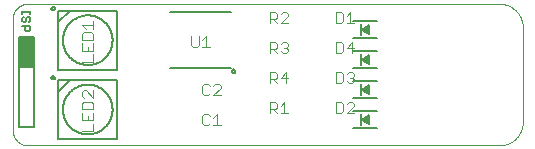
<source format=gto>
G75*
%MOIN*%
%OFA0B0*%
%FSLAX25Y25*%
%IPPOS*%
%LPD*%
%AMOC8*
5,1,8,0,0,1.08239X$1,22.5*
%
%ADD10C,0.00000*%
%ADD11C,0.00300*%
%ADD12C,0.00800*%
%ADD13R,0.00787X0.03937*%
%ADD14C,0.00600*%
%ADD15C,0.00500*%
D10*
X0011800Y0006800D02*
X0168926Y0006800D01*
X0169116Y0006802D01*
X0169306Y0006809D01*
X0169496Y0006821D01*
X0169686Y0006837D01*
X0169875Y0006857D01*
X0170064Y0006883D01*
X0170252Y0006912D01*
X0170439Y0006947D01*
X0170625Y0006986D01*
X0170810Y0007029D01*
X0170995Y0007077D01*
X0171178Y0007129D01*
X0171359Y0007185D01*
X0171539Y0007246D01*
X0171718Y0007312D01*
X0171895Y0007381D01*
X0172071Y0007455D01*
X0172244Y0007533D01*
X0172416Y0007616D01*
X0172585Y0007702D01*
X0172753Y0007792D01*
X0172918Y0007887D01*
X0173081Y0007985D01*
X0173241Y0008088D01*
X0173399Y0008194D01*
X0173554Y0008304D01*
X0173707Y0008417D01*
X0173857Y0008535D01*
X0174003Y0008656D01*
X0174147Y0008780D01*
X0174288Y0008908D01*
X0174426Y0009039D01*
X0174561Y0009174D01*
X0174692Y0009312D01*
X0174820Y0009453D01*
X0174944Y0009597D01*
X0175065Y0009743D01*
X0175183Y0009893D01*
X0175296Y0010046D01*
X0175406Y0010201D01*
X0175512Y0010359D01*
X0175615Y0010519D01*
X0175713Y0010682D01*
X0175808Y0010847D01*
X0175898Y0011015D01*
X0175984Y0011184D01*
X0176067Y0011356D01*
X0176145Y0011529D01*
X0176219Y0011705D01*
X0176288Y0011882D01*
X0176354Y0012061D01*
X0176415Y0012241D01*
X0176471Y0012422D01*
X0176523Y0012605D01*
X0176571Y0012790D01*
X0176614Y0012975D01*
X0176653Y0013161D01*
X0176688Y0013348D01*
X0176717Y0013536D01*
X0176743Y0013725D01*
X0176763Y0013914D01*
X0176779Y0014104D01*
X0176791Y0014294D01*
X0176798Y0014484D01*
X0176800Y0014674D01*
X0176800Y0046170D01*
X0176798Y0046360D01*
X0176791Y0046550D01*
X0176779Y0046740D01*
X0176763Y0046930D01*
X0176743Y0047119D01*
X0176717Y0047308D01*
X0176688Y0047496D01*
X0176653Y0047683D01*
X0176614Y0047869D01*
X0176571Y0048054D01*
X0176523Y0048239D01*
X0176471Y0048422D01*
X0176415Y0048603D01*
X0176354Y0048783D01*
X0176288Y0048962D01*
X0176219Y0049139D01*
X0176145Y0049315D01*
X0176067Y0049488D01*
X0175984Y0049660D01*
X0175898Y0049829D01*
X0175808Y0049997D01*
X0175713Y0050162D01*
X0175615Y0050325D01*
X0175512Y0050485D01*
X0175406Y0050643D01*
X0175296Y0050798D01*
X0175183Y0050951D01*
X0175065Y0051101D01*
X0174944Y0051247D01*
X0174820Y0051391D01*
X0174692Y0051532D01*
X0174561Y0051670D01*
X0174426Y0051805D01*
X0174288Y0051936D01*
X0174147Y0052064D01*
X0174003Y0052188D01*
X0173857Y0052309D01*
X0173707Y0052427D01*
X0173554Y0052540D01*
X0173399Y0052650D01*
X0173241Y0052756D01*
X0173081Y0052859D01*
X0172918Y0052957D01*
X0172753Y0053052D01*
X0172585Y0053142D01*
X0172416Y0053228D01*
X0172244Y0053311D01*
X0172071Y0053389D01*
X0171895Y0053463D01*
X0171718Y0053532D01*
X0171539Y0053598D01*
X0171359Y0053659D01*
X0171178Y0053715D01*
X0170995Y0053767D01*
X0170810Y0053815D01*
X0170625Y0053858D01*
X0170439Y0053897D01*
X0170252Y0053932D01*
X0170064Y0053961D01*
X0169875Y0053987D01*
X0169686Y0054007D01*
X0169496Y0054023D01*
X0169306Y0054035D01*
X0169116Y0054042D01*
X0168926Y0054044D01*
X0011800Y0054044D01*
X0011660Y0054042D01*
X0011520Y0054036D01*
X0011380Y0054026D01*
X0011240Y0054013D01*
X0011101Y0053995D01*
X0010962Y0053973D01*
X0010825Y0053948D01*
X0010687Y0053919D01*
X0010551Y0053886D01*
X0010416Y0053849D01*
X0010282Y0053808D01*
X0010149Y0053763D01*
X0010017Y0053715D01*
X0009887Y0053663D01*
X0009758Y0053608D01*
X0009631Y0053549D01*
X0009505Y0053486D01*
X0009381Y0053420D01*
X0009260Y0053351D01*
X0009140Y0053278D01*
X0009022Y0053201D01*
X0008907Y0053122D01*
X0008793Y0053039D01*
X0008683Y0052953D01*
X0008574Y0052864D01*
X0008468Y0052772D01*
X0008365Y0052677D01*
X0008264Y0052580D01*
X0008167Y0052479D01*
X0008072Y0052376D01*
X0007980Y0052270D01*
X0007891Y0052161D01*
X0007805Y0052051D01*
X0007722Y0051937D01*
X0007643Y0051822D01*
X0007566Y0051704D01*
X0007493Y0051584D01*
X0007424Y0051463D01*
X0007358Y0051339D01*
X0007295Y0051213D01*
X0007236Y0051086D01*
X0007181Y0050957D01*
X0007129Y0050827D01*
X0007081Y0050695D01*
X0007036Y0050562D01*
X0006995Y0050428D01*
X0006958Y0050293D01*
X0006925Y0050157D01*
X0006896Y0050019D01*
X0006871Y0049882D01*
X0006849Y0049743D01*
X0006831Y0049604D01*
X0006818Y0049464D01*
X0006808Y0049324D01*
X0006802Y0049184D01*
X0006800Y0049044D01*
X0006800Y0011800D01*
X0006802Y0011660D01*
X0006808Y0011520D01*
X0006818Y0011380D01*
X0006831Y0011240D01*
X0006849Y0011101D01*
X0006871Y0010962D01*
X0006896Y0010825D01*
X0006925Y0010687D01*
X0006958Y0010551D01*
X0006995Y0010416D01*
X0007036Y0010282D01*
X0007081Y0010149D01*
X0007129Y0010017D01*
X0007181Y0009887D01*
X0007236Y0009758D01*
X0007295Y0009631D01*
X0007358Y0009505D01*
X0007424Y0009381D01*
X0007493Y0009260D01*
X0007566Y0009140D01*
X0007643Y0009022D01*
X0007722Y0008907D01*
X0007805Y0008793D01*
X0007891Y0008683D01*
X0007980Y0008574D01*
X0008072Y0008468D01*
X0008167Y0008365D01*
X0008264Y0008264D01*
X0008365Y0008167D01*
X0008468Y0008072D01*
X0008574Y0007980D01*
X0008683Y0007891D01*
X0008793Y0007805D01*
X0008907Y0007722D01*
X0009022Y0007643D01*
X0009140Y0007566D01*
X0009260Y0007493D01*
X0009381Y0007424D01*
X0009505Y0007358D01*
X0009631Y0007295D01*
X0009758Y0007236D01*
X0009887Y0007181D01*
X0010017Y0007129D01*
X0010149Y0007081D01*
X0010282Y0007036D01*
X0010416Y0006995D01*
X0010551Y0006958D01*
X0010687Y0006925D01*
X0010825Y0006896D01*
X0010962Y0006871D01*
X0011101Y0006849D01*
X0011240Y0006831D01*
X0011380Y0006818D01*
X0011520Y0006808D01*
X0011660Y0006802D01*
X0011800Y0006800D01*
D11*
X0029947Y0011606D02*
X0033650Y0011606D01*
X0033650Y0014074D01*
X0033650Y0015289D02*
X0029947Y0015289D01*
X0029947Y0017758D01*
X0029947Y0018972D02*
X0029947Y0020824D01*
X0030564Y0021441D01*
X0033033Y0021441D01*
X0033650Y0020824D01*
X0033650Y0018972D01*
X0029947Y0018972D01*
X0033650Y0017758D02*
X0033650Y0015289D01*
X0031798Y0015289D02*
X0031798Y0016523D01*
X0030564Y0022655D02*
X0029947Y0023272D01*
X0029947Y0024507D01*
X0030564Y0025124D01*
X0031181Y0025124D01*
X0033650Y0022655D01*
X0033650Y0025124D01*
X0033650Y0034706D02*
X0029947Y0034706D01*
X0033650Y0034706D02*
X0033650Y0037174D01*
X0033650Y0038389D02*
X0029947Y0038389D01*
X0029947Y0040858D01*
X0029947Y0042072D02*
X0029947Y0043924D01*
X0030564Y0044541D01*
X0033033Y0044541D01*
X0033650Y0043924D01*
X0033650Y0042072D01*
X0029947Y0042072D01*
X0033650Y0040858D02*
X0033650Y0038389D01*
X0031798Y0038389D02*
X0031798Y0039623D01*
X0031181Y0045755D02*
X0029947Y0046990D01*
X0033650Y0046990D01*
X0033650Y0048224D02*
X0033650Y0045755D01*
X0066267Y0043275D02*
X0066267Y0040189D01*
X0066884Y0039572D01*
X0068118Y0039572D01*
X0068736Y0040189D01*
X0068736Y0043275D01*
X0069950Y0042041D02*
X0071184Y0043275D01*
X0071184Y0039572D01*
X0069950Y0039572D02*
X0072419Y0039572D01*
X0092450Y0038806D02*
X0094302Y0038806D01*
X0094919Y0039424D01*
X0094919Y0040658D01*
X0094302Y0041275D01*
X0092450Y0041275D01*
X0092450Y0037572D01*
X0093684Y0038806D02*
X0094919Y0037572D01*
X0096133Y0038189D02*
X0096750Y0037572D01*
X0097985Y0037572D01*
X0098602Y0038189D01*
X0098602Y0038806D01*
X0097985Y0039424D01*
X0097368Y0039424D01*
X0097985Y0039424D02*
X0098602Y0040041D01*
X0098602Y0040658D01*
X0097985Y0041275D01*
X0096750Y0041275D01*
X0096133Y0040658D01*
X0114450Y0041275D02*
X0114450Y0037572D01*
X0116302Y0037572D01*
X0116919Y0038189D01*
X0116919Y0040658D01*
X0116302Y0041275D01*
X0114450Y0041275D01*
X0118133Y0039424D02*
X0120602Y0039424D01*
X0119985Y0041275D02*
X0118133Y0039424D01*
X0119985Y0041275D02*
X0119985Y0037572D01*
X0119985Y0031275D02*
X0120602Y0030658D01*
X0120602Y0030041D01*
X0119985Y0029424D01*
X0120602Y0028806D01*
X0120602Y0028189D01*
X0119985Y0027572D01*
X0118750Y0027572D01*
X0118133Y0028189D01*
X0116919Y0028189D02*
X0116919Y0030658D01*
X0116302Y0031275D01*
X0114450Y0031275D01*
X0114450Y0027572D01*
X0116302Y0027572D01*
X0116919Y0028189D01*
X0119368Y0029424D02*
X0119985Y0029424D01*
X0118133Y0030658D02*
X0118750Y0031275D01*
X0119985Y0031275D01*
X0098602Y0029424D02*
X0096133Y0029424D01*
X0097985Y0031275D01*
X0097985Y0027572D01*
X0094919Y0027572D02*
X0093684Y0028806D01*
X0094302Y0028806D02*
X0092450Y0028806D01*
X0094302Y0028806D02*
X0094919Y0029424D01*
X0094919Y0030658D01*
X0094302Y0031275D01*
X0092450Y0031275D01*
X0092450Y0027572D01*
X0076102Y0026658D02*
X0076102Y0026041D01*
X0073633Y0023572D01*
X0076102Y0023572D01*
X0072419Y0024189D02*
X0071802Y0023572D01*
X0070567Y0023572D01*
X0069950Y0024189D01*
X0069950Y0026658D01*
X0070567Y0027275D01*
X0071802Y0027275D01*
X0072419Y0026658D01*
X0073633Y0026658D02*
X0074250Y0027275D01*
X0075485Y0027275D01*
X0076102Y0026658D01*
X0092450Y0021275D02*
X0094302Y0021275D01*
X0094919Y0020658D01*
X0094919Y0019424D01*
X0094302Y0018806D01*
X0092450Y0018806D01*
X0093684Y0018806D02*
X0094919Y0017572D01*
X0096133Y0017572D02*
X0098602Y0017572D01*
X0097368Y0017572D02*
X0097368Y0021275D01*
X0096133Y0020041D01*
X0092450Y0021275D02*
X0092450Y0017572D01*
X0076102Y0013572D02*
X0073633Y0013572D01*
X0074868Y0013572D02*
X0074868Y0017275D01*
X0073633Y0016041D01*
X0072419Y0016658D02*
X0071802Y0017275D01*
X0070567Y0017275D01*
X0069950Y0016658D01*
X0069950Y0014189D01*
X0070567Y0013572D01*
X0071802Y0013572D01*
X0072419Y0014189D01*
X0114450Y0017572D02*
X0116302Y0017572D01*
X0116919Y0018189D01*
X0116919Y0020658D01*
X0116302Y0021275D01*
X0114450Y0021275D01*
X0114450Y0017572D01*
X0118133Y0017572D02*
X0120602Y0020041D01*
X0120602Y0020658D01*
X0119985Y0021275D01*
X0118750Y0021275D01*
X0118133Y0020658D01*
X0118133Y0017572D02*
X0120602Y0017572D01*
X0120602Y0047572D02*
X0118133Y0047572D01*
X0119368Y0047572D02*
X0119368Y0051275D01*
X0118133Y0050041D01*
X0116919Y0050658D02*
X0116302Y0051275D01*
X0114450Y0051275D01*
X0114450Y0047572D01*
X0116302Y0047572D01*
X0116919Y0048189D01*
X0116919Y0050658D01*
X0098602Y0050658D02*
X0098602Y0050041D01*
X0096133Y0047572D01*
X0098602Y0047572D01*
X0094919Y0047572D02*
X0093684Y0048806D01*
X0094302Y0048806D02*
X0092450Y0048806D01*
X0094302Y0048806D02*
X0094919Y0049424D01*
X0094919Y0050658D01*
X0094302Y0051275D01*
X0092450Y0051275D01*
X0092450Y0047572D01*
X0096133Y0050658D02*
X0096750Y0051275D01*
X0097985Y0051275D01*
X0098602Y0050658D01*
D12*
X0120363Y0048178D02*
X0128237Y0048178D01*
X0125678Y0046997D02*
X0125678Y0043847D01*
X0123316Y0045422D01*
X0125678Y0046997D01*
X0125087Y0046209D02*
X0125087Y0044635D01*
X0123906Y0045422D01*
X0125087Y0046209D01*
X0125087Y0045927D02*
X0124664Y0045927D01*
X0124346Y0045129D02*
X0125087Y0045129D01*
X0128237Y0042666D02*
X0120363Y0042666D01*
X0120363Y0038178D02*
X0128237Y0038178D01*
X0125678Y0036997D02*
X0125678Y0033847D01*
X0123316Y0035422D01*
X0125678Y0036997D01*
X0125087Y0036209D02*
X0125087Y0034635D01*
X0123906Y0035422D01*
X0125087Y0036209D01*
X0125087Y0035546D02*
X0124093Y0035546D01*
X0124917Y0034748D02*
X0125087Y0034748D01*
X0128237Y0032666D02*
X0120363Y0032666D01*
X0120363Y0028178D02*
X0128237Y0028178D01*
X0125678Y0026997D02*
X0125678Y0023847D01*
X0123316Y0025422D01*
X0125678Y0026997D01*
X0125087Y0026209D02*
X0125087Y0024635D01*
X0123906Y0025422D01*
X0125087Y0026209D01*
X0125087Y0025964D02*
X0124720Y0025964D01*
X0125087Y0025166D02*
X0124291Y0025166D01*
X0120363Y0022666D02*
X0128237Y0022666D01*
X0128237Y0018178D02*
X0120363Y0018178D01*
X0123316Y0015422D02*
X0125678Y0016997D01*
X0125678Y0013847D01*
X0123316Y0015422D01*
X0123906Y0015422D02*
X0125087Y0014635D01*
X0125087Y0016209D01*
X0123906Y0015422D01*
X0124149Y0015584D02*
X0125087Y0015584D01*
X0125087Y0014785D02*
X0124862Y0014785D01*
X0128237Y0012666D02*
X0120363Y0012666D01*
D13*
X0122922Y0015422D03*
X0122922Y0025422D03*
X0122922Y0035422D03*
X0122922Y0045422D03*
D14*
X0079398Y0051221D02*
X0059302Y0051221D01*
X0012602Y0051117D02*
X0010000Y0051117D01*
X0010000Y0051551D02*
X0010000Y0050683D01*
X0012602Y0050683D02*
X0012602Y0051551D01*
X0012169Y0049586D02*
X0011735Y0049586D01*
X0011301Y0049153D01*
X0011301Y0048285D01*
X0010867Y0047852D01*
X0010434Y0047852D01*
X0010000Y0048285D01*
X0010000Y0049153D01*
X0010434Y0049586D01*
X0012169Y0049586D02*
X0012602Y0049153D01*
X0012602Y0048285D01*
X0012169Y0047852D01*
X0012602Y0046640D02*
X0010000Y0046640D01*
X0010867Y0046640D02*
X0010867Y0045339D01*
X0011301Y0044905D01*
X0012169Y0044905D01*
X0012602Y0045339D01*
X0012602Y0046640D01*
X0059302Y0032623D02*
X0079398Y0032623D01*
D15*
X0079865Y0031572D02*
X0079867Y0031619D01*
X0079873Y0031666D01*
X0079883Y0031713D01*
X0079896Y0031758D01*
X0079914Y0031802D01*
X0079935Y0031844D01*
X0079959Y0031885D01*
X0079987Y0031923D01*
X0080018Y0031959D01*
X0080052Y0031992D01*
X0080088Y0032022D01*
X0080127Y0032049D01*
X0080168Y0032073D01*
X0080211Y0032093D01*
X0080255Y0032109D01*
X0080301Y0032122D01*
X0080347Y0032131D01*
X0080395Y0032136D01*
X0080442Y0032137D01*
X0080489Y0032134D01*
X0080536Y0032127D01*
X0080582Y0032116D01*
X0080627Y0032102D01*
X0080671Y0032083D01*
X0080712Y0032061D01*
X0080752Y0032036D01*
X0080790Y0032007D01*
X0080825Y0031976D01*
X0080858Y0031941D01*
X0080887Y0031904D01*
X0080913Y0031865D01*
X0080936Y0031823D01*
X0080955Y0031780D01*
X0080971Y0031735D01*
X0080983Y0031689D01*
X0080991Y0031643D01*
X0080995Y0031596D01*
X0080995Y0031548D01*
X0080991Y0031501D01*
X0080983Y0031455D01*
X0080971Y0031409D01*
X0080955Y0031364D01*
X0080936Y0031321D01*
X0080913Y0031279D01*
X0080887Y0031240D01*
X0080858Y0031203D01*
X0080825Y0031168D01*
X0080790Y0031137D01*
X0080752Y0031108D01*
X0080713Y0031083D01*
X0080671Y0031061D01*
X0080627Y0031042D01*
X0080582Y0031028D01*
X0080536Y0031017D01*
X0080489Y0031010D01*
X0080442Y0031007D01*
X0080395Y0031008D01*
X0080347Y0031013D01*
X0080301Y0031022D01*
X0080255Y0031035D01*
X0080211Y0031051D01*
X0080168Y0031071D01*
X0080127Y0031095D01*
X0080088Y0031122D01*
X0080052Y0031152D01*
X0080018Y0031185D01*
X0079987Y0031221D01*
X0079959Y0031259D01*
X0079935Y0031300D01*
X0079914Y0031342D01*
X0079896Y0031386D01*
X0079883Y0031431D01*
X0079873Y0031478D01*
X0079867Y0031525D01*
X0079865Y0031572D01*
X0041643Y0032079D02*
X0041643Y0051765D01*
X0025894Y0051765D01*
X0021957Y0047828D01*
X0021957Y0051765D01*
X0025894Y0051765D01*
X0019692Y0052505D02*
X0019694Y0052552D01*
X0019700Y0052598D01*
X0019709Y0052644D01*
X0019723Y0052688D01*
X0019740Y0052732D01*
X0019761Y0052773D01*
X0019785Y0052813D01*
X0019812Y0052851D01*
X0019843Y0052886D01*
X0019876Y0052919D01*
X0019912Y0052949D01*
X0019951Y0052975D01*
X0019991Y0052999D01*
X0020033Y0053018D01*
X0020077Y0053035D01*
X0020122Y0053047D01*
X0020168Y0053056D01*
X0020214Y0053061D01*
X0020261Y0053062D01*
X0020307Y0053059D01*
X0020353Y0053052D01*
X0020399Y0053041D01*
X0020443Y0053027D01*
X0020486Y0053009D01*
X0020527Y0052987D01*
X0020567Y0052962D01*
X0020604Y0052934D01*
X0020639Y0052903D01*
X0020671Y0052869D01*
X0020700Y0052832D01*
X0020725Y0052794D01*
X0020748Y0052753D01*
X0020767Y0052710D01*
X0020782Y0052666D01*
X0020794Y0052621D01*
X0020802Y0052575D01*
X0020806Y0052528D01*
X0020806Y0052482D01*
X0020802Y0052435D01*
X0020794Y0052389D01*
X0020782Y0052344D01*
X0020767Y0052300D01*
X0020748Y0052257D01*
X0020725Y0052216D01*
X0020700Y0052178D01*
X0020671Y0052141D01*
X0020639Y0052107D01*
X0020604Y0052076D01*
X0020567Y0052048D01*
X0020528Y0052023D01*
X0020486Y0052001D01*
X0020443Y0051983D01*
X0020399Y0051969D01*
X0020353Y0051958D01*
X0020307Y0051951D01*
X0020261Y0051948D01*
X0020214Y0051949D01*
X0020168Y0051954D01*
X0020122Y0051963D01*
X0020077Y0051975D01*
X0020033Y0051992D01*
X0019991Y0052011D01*
X0019951Y0052035D01*
X0019912Y0052061D01*
X0019876Y0052091D01*
X0019843Y0052124D01*
X0019812Y0052159D01*
X0019785Y0052197D01*
X0019761Y0052237D01*
X0019740Y0052278D01*
X0019723Y0052322D01*
X0019709Y0052366D01*
X0019700Y0052412D01*
X0019694Y0052458D01*
X0019692Y0052505D01*
X0021957Y0047828D02*
X0021957Y0032079D01*
X0041643Y0032079D01*
X0041643Y0028665D02*
X0041643Y0008979D01*
X0021957Y0008979D01*
X0021957Y0024728D01*
X0025894Y0028665D01*
X0041643Y0028665D01*
X0025894Y0028665D02*
X0021957Y0028665D01*
X0021957Y0024728D01*
X0019692Y0029405D02*
X0019694Y0029452D01*
X0019700Y0029498D01*
X0019709Y0029544D01*
X0019723Y0029588D01*
X0019740Y0029632D01*
X0019761Y0029673D01*
X0019785Y0029713D01*
X0019812Y0029751D01*
X0019843Y0029786D01*
X0019876Y0029819D01*
X0019912Y0029849D01*
X0019951Y0029875D01*
X0019991Y0029899D01*
X0020033Y0029918D01*
X0020077Y0029935D01*
X0020122Y0029947D01*
X0020168Y0029956D01*
X0020214Y0029961D01*
X0020261Y0029962D01*
X0020307Y0029959D01*
X0020353Y0029952D01*
X0020399Y0029941D01*
X0020443Y0029927D01*
X0020486Y0029909D01*
X0020527Y0029887D01*
X0020567Y0029862D01*
X0020604Y0029834D01*
X0020639Y0029803D01*
X0020671Y0029769D01*
X0020700Y0029732D01*
X0020725Y0029694D01*
X0020748Y0029653D01*
X0020767Y0029610D01*
X0020782Y0029566D01*
X0020794Y0029521D01*
X0020802Y0029475D01*
X0020806Y0029428D01*
X0020806Y0029382D01*
X0020802Y0029335D01*
X0020794Y0029289D01*
X0020782Y0029244D01*
X0020767Y0029200D01*
X0020748Y0029157D01*
X0020725Y0029116D01*
X0020700Y0029078D01*
X0020671Y0029041D01*
X0020639Y0029007D01*
X0020604Y0028976D01*
X0020567Y0028948D01*
X0020528Y0028923D01*
X0020486Y0028901D01*
X0020443Y0028883D01*
X0020399Y0028869D01*
X0020353Y0028858D01*
X0020307Y0028851D01*
X0020261Y0028848D01*
X0020214Y0028849D01*
X0020168Y0028854D01*
X0020122Y0028863D01*
X0020077Y0028875D01*
X0020033Y0028892D01*
X0019991Y0028911D01*
X0019951Y0028935D01*
X0019912Y0028961D01*
X0019876Y0028991D01*
X0019843Y0029024D01*
X0019812Y0029059D01*
X0019785Y0029097D01*
X0019761Y0029137D01*
X0019740Y0029178D01*
X0019723Y0029222D01*
X0019709Y0029266D01*
X0019700Y0029312D01*
X0019694Y0029358D01*
X0019692Y0029405D01*
X0013800Y0032922D02*
X0008800Y0032922D01*
X0008800Y0042922D01*
X0013800Y0042922D01*
X0013800Y0032922D01*
X0013800Y0033221D02*
X0008800Y0033221D01*
X0008800Y0033720D02*
X0013800Y0033720D01*
X0013800Y0034218D02*
X0008800Y0034218D01*
X0008800Y0034717D02*
X0013800Y0034717D01*
X0013800Y0035215D02*
X0008800Y0035215D01*
X0008800Y0035714D02*
X0013800Y0035714D01*
X0013800Y0036212D02*
X0008800Y0036212D01*
X0008800Y0036711D02*
X0013800Y0036711D01*
X0013800Y0037209D02*
X0008800Y0037209D01*
X0008800Y0037708D02*
X0013800Y0037708D01*
X0013800Y0038206D02*
X0008800Y0038206D01*
X0008800Y0038705D02*
X0013800Y0038705D01*
X0013800Y0039203D02*
X0008800Y0039203D01*
X0008800Y0039702D02*
X0013800Y0039702D01*
X0013800Y0040200D02*
X0008800Y0040200D01*
X0008800Y0040699D02*
X0013800Y0040699D01*
X0013800Y0041197D02*
X0008800Y0041197D01*
X0008800Y0041696D02*
X0013800Y0041696D01*
X0013800Y0042194D02*
X0008800Y0042194D01*
X0008800Y0042693D02*
X0013800Y0042693D01*
X0013800Y0042922D02*
X0013800Y0012922D01*
X0008800Y0012922D01*
X0008800Y0042922D01*
X0013800Y0042922D01*
X0023532Y0041922D02*
X0023534Y0042125D01*
X0023542Y0042328D01*
X0023554Y0042530D01*
X0023572Y0042732D01*
X0023594Y0042934D01*
X0023621Y0043135D01*
X0023654Y0043336D01*
X0023691Y0043535D01*
X0023733Y0043734D01*
X0023780Y0043931D01*
X0023831Y0044127D01*
X0023888Y0044322D01*
X0023949Y0044516D01*
X0024015Y0044707D01*
X0024086Y0044898D01*
X0024161Y0045086D01*
X0024241Y0045273D01*
X0024326Y0045457D01*
X0024415Y0045639D01*
X0024508Y0045820D01*
X0024606Y0045997D01*
X0024708Y0046173D01*
X0024815Y0046345D01*
X0024925Y0046515D01*
X0025040Y0046683D01*
X0025159Y0046847D01*
X0025282Y0047009D01*
X0025409Y0047167D01*
X0025539Y0047322D01*
X0025674Y0047474D01*
X0025812Y0047623D01*
X0025954Y0047768D01*
X0026099Y0047910D01*
X0026248Y0048048D01*
X0026400Y0048183D01*
X0026555Y0048313D01*
X0026713Y0048440D01*
X0026875Y0048563D01*
X0027039Y0048682D01*
X0027207Y0048797D01*
X0027377Y0048907D01*
X0027549Y0049014D01*
X0027725Y0049116D01*
X0027902Y0049214D01*
X0028083Y0049307D01*
X0028265Y0049396D01*
X0028449Y0049481D01*
X0028636Y0049561D01*
X0028824Y0049636D01*
X0029015Y0049707D01*
X0029206Y0049773D01*
X0029400Y0049834D01*
X0029595Y0049891D01*
X0029791Y0049942D01*
X0029988Y0049989D01*
X0030187Y0050031D01*
X0030386Y0050068D01*
X0030587Y0050101D01*
X0030788Y0050128D01*
X0030990Y0050150D01*
X0031192Y0050168D01*
X0031394Y0050180D01*
X0031597Y0050188D01*
X0031800Y0050190D01*
X0032003Y0050188D01*
X0032206Y0050180D01*
X0032408Y0050168D01*
X0032610Y0050150D01*
X0032812Y0050128D01*
X0033013Y0050101D01*
X0033214Y0050068D01*
X0033413Y0050031D01*
X0033612Y0049989D01*
X0033809Y0049942D01*
X0034005Y0049891D01*
X0034200Y0049834D01*
X0034394Y0049773D01*
X0034585Y0049707D01*
X0034776Y0049636D01*
X0034964Y0049561D01*
X0035151Y0049481D01*
X0035335Y0049396D01*
X0035517Y0049307D01*
X0035698Y0049214D01*
X0035875Y0049116D01*
X0036051Y0049014D01*
X0036223Y0048907D01*
X0036393Y0048797D01*
X0036561Y0048682D01*
X0036725Y0048563D01*
X0036887Y0048440D01*
X0037045Y0048313D01*
X0037200Y0048183D01*
X0037352Y0048048D01*
X0037501Y0047910D01*
X0037646Y0047768D01*
X0037788Y0047623D01*
X0037926Y0047474D01*
X0038061Y0047322D01*
X0038191Y0047167D01*
X0038318Y0047009D01*
X0038441Y0046847D01*
X0038560Y0046683D01*
X0038675Y0046515D01*
X0038785Y0046345D01*
X0038892Y0046173D01*
X0038994Y0045997D01*
X0039092Y0045820D01*
X0039185Y0045639D01*
X0039274Y0045457D01*
X0039359Y0045273D01*
X0039439Y0045086D01*
X0039514Y0044898D01*
X0039585Y0044707D01*
X0039651Y0044516D01*
X0039712Y0044322D01*
X0039769Y0044127D01*
X0039820Y0043931D01*
X0039867Y0043734D01*
X0039909Y0043535D01*
X0039946Y0043336D01*
X0039979Y0043135D01*
X0040006Y0042934D01*
X0040028Y0042732D01*
X0040046Y0042530D01*
X0040058Y0042328D01*
X0040066Y0042125D01*
X0040068Y0041922D01*
X0040066Y0041719D01*
X0040058Y0041516D01*
X0040046Y0041314D01*
X0040028Y0041112D01*
X0040006Y0040910D01*
X0039979Y0040709D01*
X0039946Y0040508D01*
X0039909Y0040309D01*
X0039867Y0040110D01*
X0039820Y0039913D01*
X0039769Y0039717D01*
X0039712Y0039522D01*
X0039651Y0039328D01*
X0039585Y0039137D01*
X0039514Y0038946D01*
X0039439Y0038758D01*
X0039359Y0038571D01*
X0039274Y0038387D01*
X0039185Y0038205D01*
X0039092Y0038024D01*
X0038994Y0037847D01*
X0038892Y0037671D01*
X0038785Y0037499D01*
X0038675Y0037329D01*
X0038560Y0037161D01*
X0038441Y0036997D01*
X0038318Y0036835D01*
X0038191Y0036677D01*
X0038061Y0036522D01*
X0037926Y0036370D01*
X0037788Y0036221D01*
X0037646Y0036076D01*
X0037501Y0035934D01*
X0037352Y0035796D01*
X0037200Y0035661D01*
X0037045Y0035531D01*
X0036887Y0035404D01*
X0036725Y0035281D01*
X0036561Y0035162D01*
X0036393Y0035047D01*
X0036223Y0034937D01*
X0036051Y0034830D01*
X0035875Y0034728D01*
X0035698Y0034630D01*
X0035517Y0034537D01*
X0035335Y0034448D01*
X0035151Y0034363D01*
X0034964Y0034283D01*
X0034776Y0034208D01*
X0034585Y0034137D01*
X0034394Y0034071D01*
X0034200Y0034010D01*
X0034005Y0033953D01*
X0033809Y0033902D01*
X0033612Y0033855D01*
X0033413Y0033813D01*
X0033214Y0033776D01*
X0033013Y0033743D01*
X0032812Y0033716D01*
X0032610Y0033694D01*
X0032408Y0033676D01*
X0032206Y0033664D01*
X0032003Y0033656D01*
X0031800Y0033654D01*
X0031597Y0033656D01*
X0031394Y0033664D01*
X0031192Y0033676D01*
X0030990Y0033694D01*
X0030788Y0033716D01*
X0030587Y0033743D01*
X0030386Y0033776D01*
X0030187Y0033813D01*
X0029988Y0033855D01*
X0029791Y0033902D01*
X0029595Y0033953D01*
X0029400Y0034010D01*
X0029206Y0034071D01*
X0029015Y0034137D01*
X0028824Y0034208D01*
X0028636Y0034283D01*
X0028449Y0034363D01*
X0028265Y0034448D01*
X0028083Y0034537D01*
X0027902Y0034630D01*
X0027725Y0034728D01*
X0027549Y0034830D01*
X0027377Y0034937D01*
X0027207Y0035047D01*
X0027039Y0035162D01*
X0026875Y0035281D01*
X0026713Y0035404D01*
X0026555Y0035531D01*
X0026400Y0035661D01*
X0026248Y0035796D01*
X0026099Y0035934D01*
X0025954Y0036076D01*
X0025812Y0036221D01*
X0025674Y0036370D01*
X0025539Y0036522D01*
X0025409Y0036677D01*
X0025282Y0036835D01*
X0025159Y0036997D01*
X0025040Y0037161D01*
X0024925Y0037329D01*
X0024815Y0037499D01*
X0024708Y0037671D01*
X0024606Y0037847D01*
X0024508Y0038024D01*
X0024415Y0038205D01*
X0024326Y0038387D01*
X0024241Y0038571D01*
X0024161Y0038758D01*
X0024086Y0038946D01*
X0024015Y0039137D01*
X0023949Y0039328D01*
X0023888Y0039522D01*
X0023831Y0039717D01*
X0023780Y0039913D01*
X0023733Y0040110D01*
X0023691Y0040309D01*
X0023654Y0040508D01*
X0023621Y0040709D01*
X0023594Y0040910D01*
X0023572Y0041112D01*
X0023554Y0041314D01*
X0023542Y0041516D01*
X0023534Y0041719D01*
X0023532Y0041922D01*
X0023532Y0018822D02*
X0023534Y0019025D01*
X0023542Y0019228D01*
X0023554Y0019430D01*
X0023572Y0019632D01*
X0023594Y0019834D01*
X0023621Y0020035D01*
X0023654Y0020236D01*
X0023691Y0020435D01*
X0023733Y0020634D01*
X0023780Y0020831D01*
X0023831Y0021027D01*
X0023888Y0021222D01*
X0023949Y0021416D01*
X0024015Y0021607D01*
X0024086Y0021798D01*
X0024161Y0021986D01*
X0024241Y0022173D01*
X0024326Y0022357D01*
X0024415Y0022539D01*
X0024508Y0022720D01*
X0024606Y0022897D01*
X0024708Y0023073D01*
X0024815Y0023245D01*
X0024925Y0023415D01*
X0025040Y0023583D01*
X0025159Y0023747D01*
X0025282Y0023909D01*
X0025409Y0024067D01*
X0025539Y0024222D01*
X0025674Y0024374D01*
X0025812Y0024523D01*
X0025954Y0024668D01*
X0026099Y0024810D01*
X0026248Y0024948D01*
X0026400Y0025083D01*
X0026555Y0025213D01*
X0026713Y0025340D01*
X0026875Y0025463D01*
X0027039Y0025582D01*
X0027207Y0025697D01*
X0027377Y0025807D01*
X0027549Y0025914D01*
X0027725Y0026016D01*
X0027902Y0026114D01*
X0028083Y0026207D01*
X0028265Y0026296D01*
X0028449Y0026381D01*
X0028636Y0026461D01*
X0028824Y0026536D01*
X0029015Y0026607D01*
X0029206Y0026673D01*
X0029400Y0026734D01*
X0029595Y0026791D01*
X0029791Y0026842D01*
X0029988Y0026889D01*
X0030187Y0026931D01*
X0030386Y0026968D01*
X0030587Y0027001D01*
X0030788Y0027028D01*
X0030990Y0027050D01*
X0031192Y0027068D01*
X0031394Y0027080D01*
X0031597Y0027088D01*
X0031800Y0027090D01*
X0032003Y0027088D01*
X0032206Y0027080D01*
X0032408Y0027068D01*
X0032610Y0027050D01*
X0032812Y0027028D01*
X0033013Y0027001D01*
X0033214Y0026968D01*
X0033413Y0026931D01*
X0033612Y0026889D01*
X0033809Y0026842D01*
X0034005Y0026791D01*
X0034200Y0026734D01*
X0034394Y0026673D01*
X0034585Y0026607D01*
X0034776Y0026536D01*
X0034964Y0026461D01*
X0035151Y0026381D01*
X0035335Y0026296D01*
X0035517Y0026207D01*
X0035698Y0026114D01*
X0035875Y0026016D01*
X0036051Y0025914D01*
X0036223Y0025807D01*
X0036393Y0025697D01*
X0036561Y0025582D01*
X0036725Y0025463D01*
X0036887Y0025340D01*
X0037045Y0025213D01*
X0037200Y0025083D01*
X0037352Y0024948D01*
X0037501Y0024810D01*
X0037646Y0024668D01*
X0037788Y0024523D01*
X0037926Y0024374D01*
X0038061Y0024222D01*
X0038191Y0024067D01*
X0038318Y0023909D01*
X0038441Y0023747D01*
X0038560Y0023583D01*
X0038675Y0023415D01*
X0038785Y0023245D01*
X0038892Y0023073D01*
X0038994Y0022897D01*
X0039092Y0022720D01*
X0039185Y0022539D01*
X0039274Y0022357D01*
X0039359Y0022173D01*
X0039439Y0021986D01*
X0039514Y0021798D01*
X0039585Y0021607D01*
X0039651Y0021416D01*
X0039712Y0021222D01*
X0039769Y0021027D01*
X0039820Y0020831D01*
X0039867Y0020634D01*
X0039909Y0020435D01*
X0039946Y0020236D01*
X0039979Y0020035D01*
X0040006Y0019834D01*
X0040028Y0019632D01*
X0040046Y0019430D01*
X0040058Y0019228D01*
X0040066Y0019025D01*
X0040068Y0018822D01*
X0040066Y0018619D01*
X0040058Y0018416D01*
X0040046Y0018214D01*
X0040028Y0018012D01*
X0040006Y0017810D01*
X0039979Y0017609D01*
X0039946Y0017408D01*
X0039909Y0017209D01*
X0039867Y0017010D01*
X0039820Y0016813D01*
X0039769Y0016617D01*
X0039712Y0016422D01*
X0039651Y0016228D01*
X0039585Y0016037D01*
X0039514Y0015846D01*
X0039439Y0015658D01*
X0039359Y0015471D01*
X0039274Y0015287D01*
X0039185Y0015105D01*
X0039092Y0014924D01*
X0038994Y0014747D01*
X0038892Y0014571D01*
X0038785Y0014399D01*
X0038675Y0014229D01*
X0038560Y0014061D01*
X0038441Y0013897D01*
X0038318Y0013735D01*
X0038191Y0013577D01*
X0038061Y0013422D01*
X0037926Y0013270D01*
X0037788Y0013121D01*
X0037646Y0012976D01*
X0037501Y0012834D01*
X0037352Y0012696D01*
X0037200Y0012561D01*
X0037045Y0012431D01*
X0036887Y0012304D01*
X0036725Y0012181D01*
X0036561Y0012062D01*
X0036393Y0011947D01*
X0036223Y0011837D01*
X0036051Y0011730D01*
X0035875Y0011628D01*
X0035698Y0011530D01*
X0035517Y0011437D01*
X0035335Y0011348D01*
X0035151Y0011263D01*
X0034964Y0011183D01*
X0034776Y0011108D01*
X0034585Y0011037D01*
X0034394Y0010971D01*
X0034200Y0010910D01*
X0034005Y0010853D01*
X0033809Y0010802D01*
X0033612Y0010755D01*
X0033413Y0010713D01*
X0033214Y0010676D01*
X0033013Y0010643D01*
X0032812Y0010616D01*
X0032610Y0010594D01*
X0032408Y0010576D01*
X0032206Y0010564D01*
X0032003Y0010556D01*
X0031800Y0010554D01*
X0031597Y0010556D01*
X0031394Y0010564D01*
X0031192Y0010576D01*
X0030990Y0010594D01*
X0030788Y0010616D01*
X0030587Y0010643D01*
X0030386Y0010676D01*
X0030187Y0010713D01*
X0029988Y0010755D01*
X0029791Y0010802D01*
X0029595Y0010853D01*
X0029400Y0010910D01*
X0029206Y0010971D01*
X0029015Y0011037D01*
X0028824Y0011108D01*
X0028636Y0011183D01*
X0028449Y0011263D01*
X0028265Y0011348D01*
X0028083Y0011437D01*
X0027902Y0011530D01*
X0027725Y0011628D01*
X0027549Y0011730D01*
X0027377Y0011837D01*
X0027207Y0011947D01*
X0027039Y0012062D01*
X0026875Y0012181D01*
X0026713Y0012304D01*
X0026555Y0012431D01*
X0026400Y0012561D01*
X0026248Y0012696D01*
X0026099Y0012834D01*
X0025954Y0012976D01*
X0025812Y0013121D01*
X0025674Y0013270D01*
X0025539Y0013422D01*
X0025409Y0013577D01*
X0025282Y0013735D01*
X0025159Y0013897D01*
X0025040Y0014061D01*
X0024925Y0014229D01*
X0024815Y0014399D01*
X0024708Y0014571D01*
X0024606Y0014747D01*
X0024508Y0014924D01*
X0024415Y0015105D01*
X0024326Y0015287D01*
X0024241Y0015471D01*
X0024161Y0015658D01*
X0024086Y0015846D01*
X0024015Y0016037D01*
X0023949Y0016228D01*
X0023888Y0016422D01*
X0023831Y0016617D01*
X0023780Y0016813D01*
X0023733Y0017010D01*
X0023691Y0017209D01*
X0023654Y0017408D01*
X0023621Y0017609D01*
X0023594Y0017810D01*
X0023572Y0018012D01*
X0023554Y0018214D01*
X0023542Y0018416D01*
X0023534Y0018619D01*
X0023532Y0018822D01*
M02*

</source>
